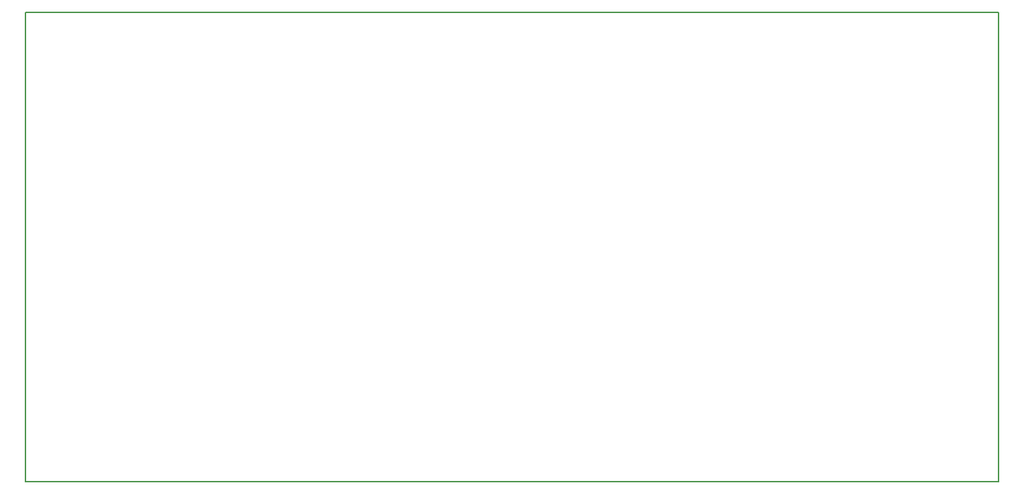
<source format=gbo>
G04 MADE WITH FRITZING*
G04 WWW.FRITZING.ORG*
G04 DOUBLE SIDED*
G04 HOLES PLATED*
G04 CONTOUR ON CENTER OF CONTOUR VECTOR*
%ASAXBY*%
%FSLAX23Y23*%
%MOIN*%
%OFA0B0*%
%SFA1.0B1.0*%
%ADD10R,4.723350X2.281800X4.707350X2.265800*%
%ADD11C,0.008000*%
%ADD12R,0.001000X0.001000*%
%LNSILK0*%
G90*
G70*
G54D11*
X4Y2278D02*
X4719Y2278D01*
X4719Y4D01*
X4Y4D01*
X4Y2278D01*
D02*
G54D12*
D02*
G04 End of Silk0*
M02*
</source>
